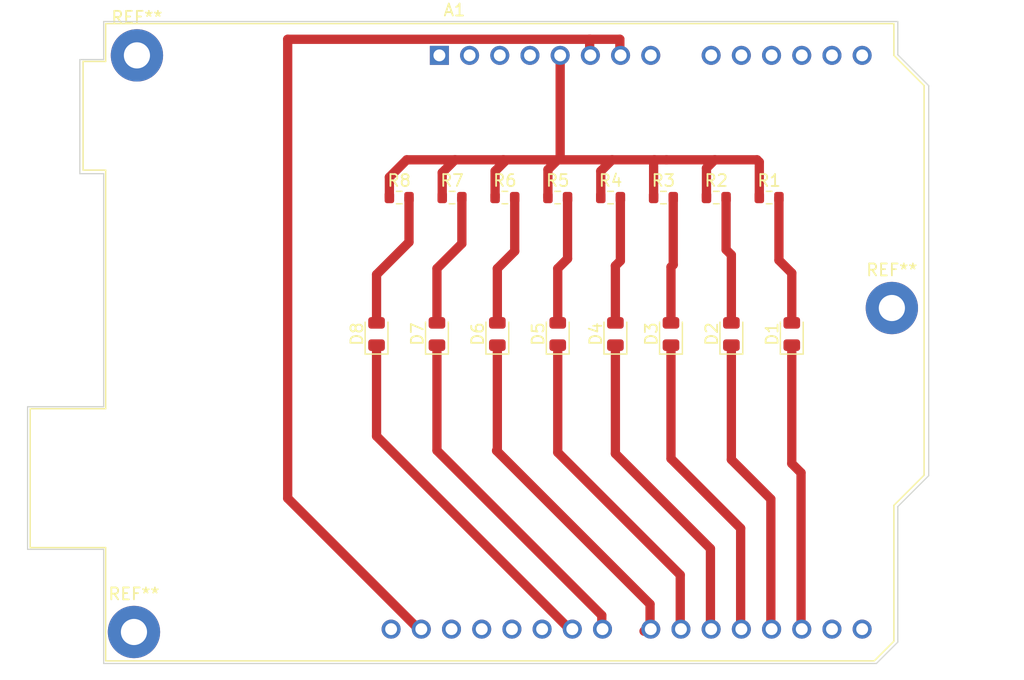
<source format=kicad_pcb>
(kicad_pcb (version 20221018) (generator pcbnew)
  (layers (0 "F.Cu" signal) (31 "B.Cu" signal) (34 "B.Paste" user) (35 "F.Paste" user) (36 "B.SilkS" user "B.Silkscreen") (37 "F.SilkS" user "F.Silkscreen") (38 "B.Mask" user) (39 "F.Mask" user) (44 "Edge.Cuts" user))
  (net 0 "")
  (net 5 "Net-(A1-+5V)")
  (net 6 "GND")
  (net 16 "Net-(A1-D2)")
  (net 17 "Net-(A1-D3)")
  (net 18 "Net-(A1-D4)")
  (net 19 "Net-(A1-D5)")
  (net 20 "Net-(A1-D6)")
  (net 21 "Net-(A1-D7)")
  (net 22 "Net-(A1-D8)")
  (net 23 "Net-(A1-D9)")
  (net 29 "Net-(D1-A)")
  (net 30 "Net-(D2-A)")
  (net 31 "Net-(D3-A)")
  (net 32 "Net-(D4-A)")
  (net 33 "Net-(D5-A)")
  (net 34 "Net-(D6-A)")
  (net 35 "Net-(D7-A)")
  (net 36 "Net-(D8-A)")
  (footprint "LED_SMD:LED_0805_2012Metric" (layer "F.Cu") (at 114.155 81.6875 90)
    (fp_text reference "D8" (at 0 -1.65 90) (layer "F.SilkS"))
    (fp_text value "LED")
    (fp_line (start -1.685 -0.96) (end -1.685 0.96) (stroke (width 0.12)) (layer "F.SilkS"))
    (fp_line (start -1.685 0.96) (end 1 0.96) (stroke (width 0.12)) (layer "F.SilkS"))
    (fp_line (start 1 -0.96) (end -1.685 -0.96) (stroke (width 0.12)) (layer "F.SilkS"))
    (pad "1" smd roundrect (at -0.9375 0 90) (size 0.975 1.4) (layers "F.Cu" "F.Paste" "F.Mask") (net 23 "Net-(A1-D9)"))
    (pad "2" smd roundrect (at 0.9375 0 90) (size 0.975 1.4) (layers "F.Cu" "F.Paste" "F.Mask") (net 36 "Net-(D8-A)"))
  )
  (footprint "LED_SMD:LED_0805_2012Metric" (layer "F.Cu") (at 119.235 81.6875 90)
    (fp_text reference "D7" (at 0 -1.65 90) (layer "F.SilkS"))
    (fp_text value "LED")
    (fp_line (start -1.685 -0.96) (end -1.685 0.96) (stroke (width 0.12)) (layer "F.SilkS"))
    (fp_line (start -1.685 0.96) (end 1 0.96) (stroke (width 0.12)) (layer "F.SilkS"))
    (fp_line (start 1 -0.96) (end -1.685 -0.96) (stroke (width 0.12)) (layer "F.SilkS"))
    (pad "1" smd roundrect (at -0.9375 0 90) (size 0.975 1.4) (layers "F.Cu" "F.Paste" "F.Mask") (net 22 "Net-(A1-D8)"))
    (pad "2" smd roundrect (at 0.9375 0 90) (size 0.975 1.4) (layers "F.Cu" "F.Paste" "F.Mask") (net 35 "Net-(D7-A)"))
  )
  (footprint "LED_SMD:LED_0805_2012Metric" (layer "F.Cu") (at 138.92 81.6875 90)
    (fp_text reference "D3" (at 0 -1.65 90) (layer "F.SilkS"))
    (fp_text value "LED")
    (fp_line (start -1.685 -0.96) (end -1.685 0.96) (stroke (width 0.12)) (layer "F.SilkS"))
    (fp_line (start -1.685 0.96) (end 1 0.96) (stroke (width 0.12)) (layer "F.SilkS"))
    (fp_line (start 1 -0.96) (end -1.685 -0.96) (stroke (width 0.12)) (layer "F.SilkS"))
    (pad "1" smd roundrect (at -0.9375 0 90) (size 0.975 1.4) (layers "F.Cu" "F.Paste" "F.Mask") (net 18 "Net-(A1-D4)"))
    (pad "2" smd roundrect (at 0.9375 0 90) (size 0.975 1.4) (layers "F.Cu" "F.Paste" "F.Mask") (net 31 "Net-(D3-A)"))
  )
  (footprint "Resistor_SMD:R_0603_1608Metric" (layer "F.Cu") (at 133.84 70.209)
    (fp_text reference "R4" (at 0 -1.43) (layer "F.SilkS"))
    (fp_text value "247")
    (fp_line (start -0.237258 -0.5225) (end 0.237258 -0.5225) (stroke (width 0.12)) (layer "F.SilkS"))
    (fp_line (start -0.237258 0.5225) (end 0.237258 0.5225) (stroke (width 0.12)) (layer "F.SilkS"))
    (pad "1" smd roundrect (at -0.825 0) (size 0.8 0.95) (layers "F.Cu" "F.Paste" "F.Mask") (net 5 "Net-(A1-+5V)"))
    (pad "2" smd roundrect (at 0.825 0) (size 0.8 0.95) (layers "F.Cu" "F.Paste" "F.Mask") (net 32 "Net-(D4-A)"))
  )
  (footprint "Resistor_SMD:R_0603_1608Metric" (layer "F.Cu") (at 129.395 70.209)
    (fp_text reference "R5" (at 0 -1.43) (layer "F.SilkS"))
    (fp_text value "247")
    (fp_line (start -0.237258 -0.5225) (end 0.237258 -0.5225) (stroke (width 0.12)) (layer "F.SilkS"))
    (fp_line (start -0.237258 0.5225) (end 0.237258 0.5225) (stroke (width 0.12)) (layer "F.SilkS"))
    (pad "1" smd roundrect (at -0.825 0) (size 0.8 0.95) (layers "F.Cu" "F.Paste" "F.Mask") (net 5 "Net-(A1-+5V)"))
    (pad "2" smd roundrect (at 0.825 0) (size 0.8 0.95) (layers "F.Cu" "F.Paste" "F.Mask") (net 33 "Net-(D5-A)"))
  )
  (footprint "MountingHole:MountingHole_2.2mm_M2_Pad" (layer "F.Cu") (at 94 58.25)
    (fp_text reference "REF**" (at 0 -3.2) (layer "F.SilkS"))
    (fp_text value "MountingHole_2.2mm_M2_Pad")
    (pad "1" thru_hole circle (at 0 0) (size 4.4 4.4) (drill 2.2) (layers "*.Cu" "*.Mask"))
  )
  (footprint "LED_SMD:LED_0805_2012Metric" (layer "F.Cu") (at 129.395 81.6875 90)
    (fp_text reference "D5" (at 0 -1.65 90) (layer "F.SilkS"))
    (fp_text value "LED")
    (fp_line (start -1.685 -0.96) (end -1.685 0.96) (stroke (width 0.12)) (layer "F.SilkS"))
    (fp_line (start -1.685 0.96) (end 1 0.96) (stroke (width 0.12)) (layer "F.SilkS"))
    (fp_line (start 1 -0.96) (end -1.685 -0.96) (stroke (width 0.12)) (layer "F.SilkS"))
    (pad "1" smd roundrect (at -0.9375 0 90) (size 0.975 1.4) (layers "F.Cu" "F.Paste" "F.Mask") (net 20 "Net-(A1-D6)"))
    (pad "2" smd roundrect (at 0.9375 0 90) (size 0.975 1.4) (layers "F.Cu" "F.Paste" "F.Mask") (net 33 "Net-(D5-A)"))
  )
  (footprint "Resistor_SMD:R_0603_1608Metric" (layer "F.Cu") (at 142.73 70.209)
    (fp_text reference "R2" (at 0 -1.43) (layer "F.SilkS"))
    (fp_text value "247")
    (fp_line (start -0.237258 -0.5225) (end 0.237258 -0.5225) (stroke (width 0.12)) (layer "F.SilkS"))
    (fp_line (start -0.237258 0.5225) (end 0.237258 0.5225) (stroke (width 0.12)) (layer "F.SilkS"))
    (pad "1" smd roundrect (at -0.825 0) (size 0.8 0.95) (layers "F.Cu" "F.Paste" "F.Mask") (net 5 "Net-(A1-+5V)"))
    (pad "2" smd roundrect (at 0.825 0) (size 0.8 0.95) (layers "F.Cu" "F.Paste" "F.Mask") (net 30 "Net-(D2-A)"))
  )
  (footprint "Resistor_SMD:R_0603_1608Metric" (layer "F.Cu") (at 120.505 70.209)
    (fp_text reference "R7" (at 0 -1.43) (layer "F.SilkS"))
    (fp_text value "247")
    (fp_line (start -0.237258 -0.5225) (end 0.237258 -0.5225) (stroke (width 0.12)) (layer "F.SilkS"))
    (fp_line (start -0.237258 0.5225) (end 0.237258 0.5225) (stroke (width 0.12)) (layer "F.SilkS"))
    (pad "1" smd roundrect (at -0.825 0) (size 0.8 0.95) (layers "F.Cu" "F.Paste" "F.Mask") (net 5 "Net-(A1-+5V)"))
    (pad "2" smd roundrect (at 0.825 0) (size 0.8 0.95) (layers "F.Cu" "F.Paste" "F.Mask") (net 35 "Net-(D7-A)"))
  )
  (footprint "LED_SMD:LED_0805_2012Metric" (layer "F.Cu") (at 144 81.6875 90)
    (fp_text reference "D2" (at 0 -1.65 90) (layer "F.SilkS"))
    (fp_text value "LED")
    (fp_line (start -1.685 -0.96) (end -1.685 0.96) (stroke (width 0.12)) (layer "F.SilkS"))
    (fp_line (start -1.685 0.96) (end 1 0.96) (stroke (width 0.12)) (layer "F.SilkS"))
    (fp_line (start 1 -0.96) (end -1.685 -0.96) (stroke (width 0.12)) (layer "F.SilkS"))
    (pad "1" smd roundrect (at -0.9375 0 90) (size 0.975 1.4) (layers "F.Cu" "F.Paste" "F.Mask") (net 17 "Net-(A1-D3)"))
    (pad "2" smd roundrect (at 0.9375 0 90) (size 0.975 1.4) (layers "F.Cu" "F.Paste" "F.Mask") (net 30 "Net-(D2-A)"))
  )
  (footprint "MountingHole:MountingHole_2.2mm_M2_Pad" (layer "F.Cu") (at 157.5 79.5)
    (fp_text reference "REF**" (at 0 -3.2) (layer "F.SilkS"))
    (fp_text value "MountingHole_2.2mm_M2_Pad")
    (pad "1" thru_hole circle (at 0 0) (size 4.4 4.4) (drill 2.2) (layers "*.Cu" "*.Mask"))
  )
  (footprint "LED_SMD:LED_0805_2012Metric" (layer "F.Cu") (at 134.245 81.6875 90)
    (fp_text reference "D4" (at 0 -1.65 90) (layer "F.SilkS"))
    (fp_text value "LED")
    (fp_line (start -1.685 -0.96) (end -1.685 0.96) (stroke (width 0.12)) (layer "F.SilkS"))
    (fp_line (start -1.685 0.96) (end 1 0.96) (stroke (width 0.12)) (layer "F.SilkS"))
    (fp_line (start 1 -0.96) (end -1.685 -0.96) (stroke (width 0.12)) (layer "F.SilkS"))
    (pad "1" smd roundrect (at -0.9375 0 90) (size 0.975 1.4) (layers "F.Cu" "F.Paste" "F.Mask") (net 19 "Net-(A1-D5)"))
    (pad "2" smd roundrect (at 0.9375 0 90) (size 0.975 1.4) (layers "F.Cu" "F.Paste" "F.Mask") (net 32 "Net-(D4-A)"))
  )
  (footprint "Resistor_SMD:R_0603_1608Metric" (layer "F.Cu") (at 124.95 70.209)
    (fp_text reference "R6" (at 0 -1.43) (layer "F.SilkS"))
    (fp_text value "247")
    (fp_line (start -0.237258 -0.5225) (end 0.237258 -0.5225) (stroke (width 0.12)) (layer "F.SilkS"))
    (fp_line (start -0.237258 0.5225) (end 0.237258 0.5225) (stroke (width 0.12)) (layer "F.SilkS"))
    (pad "1" smd roundrect (at -0.825 0) (size 0.8 0.95) (layers "F.Cu" "F.Paste" "F.Mask") (net 5 "Net-(A1-+5V)"))
    (pad "2" smd roundrect (at 0.825 0) (size 0.8 0.95) (layers "F.Cu" "F.Paste" "F.Mask") (net 34 "Net-(D6-A)"))
  )
  (footprint "MountingHole:MountingHole_2.2mm_M2_Pad" (layer "F.Cu") (at 93.75 106.75)
    (fp_text reference "REF**" (at 0 -3.2) (layer "F.SilkS"))
    (fp_text value "MountingHole_2.2mm_M2_Pad")
    (pad "1" thru_hole circle (at 0 0) (size 4.4 4.4) (drill 2.2) (layers "*.Cu" "*.Mask"))
  )
  (footprint "LED_SMD:LED_0805_2012Metric" (layer "F.Cu") (at 149.08 81.6875 90)
    (fp_text reference "D1" (at 0 -1.65 90) (layer "F.SilkS"))
    (fp_text value "LED")
    (fp_line (start -1.685 -0.96) (end -1.685 0.96) (stroke (width 0.12)) (layer "F.SilkS"))
    (fp_line (start -1.685 0.96) (end 1 0.96) (stroke (width 0.12)) (layer "F.SilkS"))
    (fp_line (start 1 -0.96) (end -1.685 -0.96) (stroke (width 0.12)) (layer "F.SilkS"))
    (pad "1" smd roundrect (at -0.9375 0 90) (size 0.975 1.4) (layers "F.Cu" "F.Paste" "F.Mask") (net 16 "Net-(A1-D2)"))
    (pad "2" smd roundrect (at 0.9375 0 90) (size 0.975 1.4) (layers "F.Cu" "F.Paste" "F.Mask") (net 29 "Net-(D1-A)"))
  )
  (footprint "Resistor_SMD:R_0603_1608Metric" (layer "F.Cu") (at 147.175 70.209)
    (fp_text reference "R1" (at 0 -1.43) (layer "F.SilkS"))
    (fp_text value "247")
    (fp_line (start -0.237258 -0.5225) (end 0.237258 -0.5225) (stroke (width 0.12)) (layer "F.SilkS"))
    (fp_line (start -0.237258 0.5225) (end 0.237258 0.5225) (stroke (width 0.12)) (layer "F.SilkS"))
    (pad "1" smd roundrect (at -0.825 0) (size 0.8 0.95) (layers "F.Cu" "F.Paste" "F.Mask") (net 5 "Net-(A1-+5V)"))
    (pad "2" smd roundrect (at 0.825 0) (size 0.8 0.95) (layers "F.Cu" "F.Paste" "F.Mask") (net 29 "Net-(D1-A)"))
  )
  (footprint "Resistor_SMD:R_0603_1608Metric" (layer "F.Cu") (at 138.285 70.209)
    (fp_text reference "R3" (at 0 -1.43) (layer "F.SilkS"))
    (fp_text value "247")
    (fp_line (start -0.237258 -0.5225) (end 0.237258 -0.5225) (stroke (width 0.12)) (layer "F.SilkS"))
    (fp_line (start -0.237258 0.5225) (end 0.237258 0.5225) (stroke (width 0.12)) (layer "F.SilkS"))
    (pad "1" smd roundrect (at -0.825 0) (size 0.8 0.95) (layers "F.Cu" "F.Paste" "F.Mask") (net 5 "Net-(A1-+5V)"))
    (pad "2" smd roundrect (at 0.825 0) (size 0.8 0.95) (layers "F.Cu" "F.Paste" "F.Mask") (net 31 "Net-(D3-A)"))
  )
  (footprint "Resistor_SMD:R_0603_1608Metric" (layer "F.Cu") (at 116.06 70.209)
    (fp_text reference "R8" (at 0 -1.43) (layer "F.SilkS"))
    (fp_text value "247")
    (fp_line (start -0.237258 -0.5225) (end 0.237258 -0.5225) (stroke (width 0.12)) (layer "F.SilkS"))
    (fp_line (start -0.237258 0.5225) (end 0.237258 0.5225) (stroke (width 0.12)) (layer "F.SilkS"))
    (pad "1" smd roundrect (at -0.825 0) (size 0.8 0.95) (layers "F.Cu" "F.Paste" "F.Mask") (net 5 "Net-(A1-+5V)"))
    (pad "2" smd roundrect (at 0.825 0) (size 0.8 0.95) (layers "F.Cu" "F.Paste" "F.Mask") (net 36 "Net-(D8-A)"))
  )
  (footprint "LED_SMD:LED_0805_2012Metric" (layer "F.Cu") (at 124.315 81.6875 90)
    (fp_text reference "D6" (at 0 -1.65 90) (layer "F.SilkS"))
    (fp_text value "LED")
    (fp_line (start -1.685 -0.96) (end -1.685 0.96) (stroke (width 0.12)) (layer "F.SilkS"))
    (fp_line (start -1.685 0.96) (end 1 0.96) (stroke (width 0.12)) (layer "F.SilkS"))
    (fp_line (start 1 -0.96) (end -1.685 -0.96) (stroke (width 0.12)) (layer "F.SilkS"))
    (pad "1" smd roundrect (at -0.9375 0 90) (size 0.975 1.4) (layers "F.Cu" "F.Paste" "F.Mask") (net 21 "Net-(A1-D7)"))
    (pad "2" smd roundrect (at 0.9375 0 90) (size 0.975 1.4) (layers "F.Cu" "F.Paste" "F.Mask") (net 34 "Net-(D6-A)"))
  )
  (footprint "Module:Arduino_UNO_R2" (layer "F.Cu") (at 119.44 58.25)
    (fp_text reference "A1" (at 1.27 -3.81 180) (layer "F.SilkS"))
    (fp_text value "Arduino_UNO_R2")
    (fp_line (start -34.42 29.72) (end -34.42 41.4) (stroke (width 0.12)) (layer "F.SilkS"))
    (fp_line (start -34.42 41.4) (end -28.07 41.4) (stroke (width 0.12)) (layer "F.SilkS"))
    (fp_line (start -29.97 0.51) (end -29.97 9.65) (stroke (width 0.12)) (layer "F.SilkS"))
    (fp_line (start -29.97 9.65) (end -28.07 9.65) (stroke (width 0.12)) (layer "F.SilkS"))
    (fp_line (start -28.07 -2.67) (end -28.07 0.51) (stroke (width 0.12)) (layer "F.SilkS"))
    (fp_line (start -28.07 0.51) (end -29.97 0.51) (stroke (width 0.12)) (layer "F.SilkS"))
    (fp_line (start -28.07 9.65) (end -28.07 29.72) (stroke (width 0.12)) (layer "F.SilkS"))
    (fp_line (start -28.07 29.72) (end -34.42 29.72) (stroke (width 0.12)) (layer "F.SilkS"))
    (fp_line (start -28.07 41.4) (end -28.07 50.93) (stroke (width 0.12)) (layer "F.SilkS"))
    (fp_line (start -28.07 50.93) (end 36.58 50.93) (stroke (width 0.12)) (layer "F.SilkS"))
    (fp_line (start 36.58 50.93) (end 38.23 49.28) (stroke (width 0.12)) (layer "F.SilkS"))
    (fp_line (start 38.23 -2.67) (end -28.07 -2.67) (stroke (width 0.12)) (layer "F.SilkS"))
    (fp_line (start 38.23 0) (end 38.23 -2.67) (stroke (width 0.12)) (layer "F.SilkS"))
    (fp_line (start 38.23 37.85) (end 40.77 35.31) (stroke (width 0.12)) (layer "F.SilkS"))
    (fp_line (start 38.23 49.28) (end 38.23 37.85) (stroke (width 0.12)) (layer "F.SilkS"))
    (fp_line (start 40.77 2.54) (end 38.23 0) (stroke (width 0.12)) (layer "F.SilkS"))
    (fp_line (start 40.77 35.31) (end 40.77 2.54) (stroke (width 0.12)) (layer "F.SilkS"))
    (pad "1" thru_hole rect (at 0 0 90) (size 1.6 1.6) (drill 1) (layers "*.Cu" "*.Mask"))
    (pad "2" thru_hole oval (at 2.54 0 90) (size 1.6 1.6) (drill 1) (layers "*.Cu" "*.Mask"))
    (pad "3" thru_hole oval (at 5.08 0 90) (size 1.6 1.6) (drill 1) (layers "*.Cu" "*.Mask"))
    (pad "4" thru_hole oval (at 7.62 0 90) (size 1.6 1.6) (drill 1) (layers "*.Cu" "*.Mask"))
    (pad "5" thru_hole oval (at 10.16 0 90) (size 1.6 1.6) (drill 1) (layers "*.Cu" "*.Mask") (net 5 "Net-(A1-+5V)"))
    (pad "6" thru_hole oval (at 12.7 0 90) (size 1.6 1.6) (drill 1) (layers "*.Cu" "*.Mask") (net 6 "GND"))
    (pad "7" thru_hole oval (at 15.24 0 90) (size 1.6 1.6) (drill 1) (layers "*.Cu" "*.Mask") (net 6 "GND"))
    (pad "8" thru_hole oval (at 17.78 0 90) (size 1.6 1.6) (drill 1) (layers "*.Cu" "*.Mask"))
    (pad "9" thru_hole oval (at 22.86 0 90) (size 1.6 1.6) (drill 1) (layers "*.Cu" "*.Mask"))
    (pad "10" thru_hole oval (at 25.4 0 90) (size 1.6 1.6) (drill 1) (layers "*.Cu" "*.Mask"))
    (pad "11" thru_hole oval (at 27.94 0 90) (size 1.6 1.6) (drill 1) (layers "*.Cu" "*.Mask"))
    (pad "12" thru_hole oval (at 30.48 0 90) (size 1.6 1.6) (drill 1) (layers "*.Cu" "*.Mask"))
    (pad "13" thru_hole oval (at 33.02 0 90) (size 1.6 1.6) (drill 1) (layers "*.Cu" "*.Mask"))
    (pad "14" thru_hole oval (at 35.56 0 90) (size 1.6 1.6) (drill 1) (layers "*.Cu" "*.Mask"))
    (pad "15" thru_hole oval (at 35.56 48.26 90) (size 1.6 1.6) (drill 1) (layers "*.Cu" "*.Mask"))
    (pad "16" thru_hole oval (at 33.02 48.26 90) (size 1.6 1.6) (drill 1) (layers "*.Cu" "*.Mask"))
    (pad "17" thru_hole oval (at 30.48 48.26 90) (size 1.6 1.6) (drill 1) (layers "*.Cu" "*.Mask") (net 16 "Net-(A1-D2)"))
    (pad "18" thru_hole oval (at 27.94 48.26 90) (size 1.6 1.6) (drill 1) (layers "*.Cu" "*.Mask") (net 17 "Net-(A1-D3)"))
    (pad "19" thru_hole oval (at 25.4 48.26 90) (size 1.6 1.6) (drill 1) (layers "*.Cu" "*.Mask") (net 18 "Net-(A1-D4)"))
    (pad "20" thru_hole oval (at 22.86 48.26 90) (size 1.6 1.6) (drill 1) (layers "*.Cu" "*.Mask") (net 19 "Net-(A1-D5)"))
    (pad "21" thru_hole oval (at 20.32 48.26 90) (size 1.6 1.6) (drill 1) (layers "*.Cu" "*.Mask") (net 20 "Net-(A1-D6)"))
    (pad "22" thru_hole oval (at 17.78 48.26 90) (size 1.6 1.6) (drill 1) (layers "*.Cu" "*.Mask") (net 21 "Net-(A1-D7)"))
    (pad "23" thru_hole oval (at 13.72 48.26 90) (size 1.6 1.6) (drill 1) (layers "*.Cu" "*.Mask") (net 22 "Net-(A1-D8)"))
    (pad "24" thru_hole oval (at 11.18 48.26 90) (size 1.6 1.6) (drill 1) (layers "*.Cu" "*.Mask") (net 23 "Net-(A1-D9)"))
    (pad "25" thru_hole oval (at 8.64 48.26 90) (size 1.6 1.6) (drill 1) (layers "*.Cu" "*.Mask"))
    (pad "26" thru_hole oval (at 6.1 48.26 90) (size 1.6 1.6) (drill 1) (layers "*.Cu" "*.Mask"))
    (pad "27" thru_hole oval (at 3.56 48.26 90) (size 1.6 1.6) (drill 1) (layers "*.Cu" "*.Mask"))
    (pad "28" thru_hole oval (at 1.02 48.26 90) (size 1.6 1.6) (drill 1) (layers "*.Cu" "*.Mask"))
    (pad "29" thru_hole oval (at -1.52 48.26 90) (size 1.6 1.6) (drill 1) (layers "*.Cu" "*.Mask") (net 6 "GND"))
    (pad "30" thru_hole oval (at -4.06 48.26 90) (size 1.6 1.6) (drill 1) (layers "*.Cu" "*.Mask"))
  )
  (gr_line (start 158 55.4) (end 91.2 55.4) (stroke (width 0.1)) (layer "Edge.Cuts"))
  (gr_line (start 158 58.2) (end 158 55.4) (stroke (width 0.1)) (layer "Edge.Cuts"))
  (gr_line (start 156.2 109.4) (end 158 107.6) (stroke (width 0.1)) (layer "Edge.Cuts"))
  (gr_line (start 84.8 99.8) (end 91.2 99.8) (stroke (width 0.1)) (layer "Edge.Cuts"))
  (gr_line (start 91.2 68.2) (end 91.2 87.8) (stroke (width 0.1)) (layer "Edge.Cuts"))
  (gr_line (start 89.2 68.2) (end 91.2 68.2) (stroke (width 0.1)) (layer "Edge.Cuts"))
  (gr_line (start 160.6 60.8) (end 158 58.2) (stroke (width 0.1)) (layer "Edge.Cuts"))
  (gr_line (start 91.2 109.4) (end 156.2 109.4) (stroke (width 0.1)) (layer "Edge.Cuts"))
  (gr_line (start 160.6 93.6) (end 160.6 60.8) (stroke (width 0.1)) (layer "Edge.Cuts"))
  (gr_line (start 89.2 58.6) (end 89.2 68.2) (stroke (width 0.1)) (layer "Edge.Cuts"))
  (gr_line (start 91.2 55.4) (end 91.2 58.6) (stroke (width 0.1)) (layer "Edge.Cuts"))
  (gr_line (start 84.8 87.8) (end 84.8 99.8) (stroke (width 0.1)) (layer "Edge.Cuts"))
  (gr_line (start 158 96.2) (end 160.6 93.6) (stroke (width 0.1)) (layer "Edge.Cuts"))
  (gr_line (start 158 107.6) (end 158 96.2) (stroke (width 0.1)) (layer "Edge.Cuts"))
  (gr_line (start 91.2 87.8) (end 84.8 87.8) (stroke (width 0.1)) (layer "Edge.Cuts"))
  (gr_line (start 91.2 58.6) (end 89.2 58.6) (stroke (width 0.1)) (layer "Edge.Cuts"))
  (gr_line (start 91.2 99.8) (end 91.2 109.4) (stroke (width 0.1)) (layer "Edge.Cuts"))
  (segment (start 133.015 67.986) (end 133.967 67.034) (width 0.78) (layer "F.Cu") (net 5))
  (segment (start 133.015 70.209) (end 133.015 67.986) (width 0.78) (layer "F.Cu") (net 5))
  (segment (start 128.57 70.209) (end 128.57 67.859) (width 0.78) (layer "F.Cu") (net 5))
  (segment (start 141.905 70.209) (end 141.905 67.732) (width 0.78) (layer "F.Cu") (net 5))
  (segment (start 124.125 70.209) (end 124.125 67.986) (width 0.78) (layer "F.Cu") (net 5))
  (segment (start 146.35 67.225) (end 146.159 67.034) (width 0.78) (layer "F.Cu") (net 5))
  (segment (start 116.695 67.034) (end 120.759 67.034) (width 0.78) (layer "F.Cu") (net 5))
  (segment (start 124.95 67.161) (end 124.823 67.034) (width 0.78) (layer "F.Cu") (net 5))
  (segment (start 124.125 67.986) (end 124.95 67.161) (width 0.78) (layer "F.Cu") (net 5))
  (segment (start 129.6 58.25) (end 129.6 66.829) (width 0.78) (layer "F.Cu") (net 5))
  (segment (start 115.235 68.494) (end 116.695 67.034) (width 0.78) (layer "F.Cu") (net 5))
  (segment (start 138.539 67.034) (end 142.603 67.034) (width 0.78) (layer "F.Cu") (net 5))
  (segment (start 129.395 67.034) (end 133.967 67.034) (width 0.78) (layer "F.Cu") (net 5))
  (segment (start 137.523 67.034) (end 138.539 67.034) (width 0.78) (layer "F.Cu") (net 5))
  (segment (start 129.6 66.829) (end 129.395 67.034) (width 0.78) (layer "F.Cu") (net 5))
  (segment (start 115.235 70.209) (end 115.235 68.494) (width 0.78) (layer "F.Cu") (net 5))
  (segment (start 124.823 67.034) (end 129.395 67.034) (width 0.78) (layer "F.Cu") (net 5))
  (segment (start 119.68 70.209) (end 119.68 68.113) (width 0.78) (layer "F.Cu") (net 5))
  (segment (start 141.905 67.732) (end 142.603 67.034) (width 0.78) (layer "F.Cu") (net 5))
  (segment (start 146.35 70.209) (end 146.35 67.225) (width 0.78) (layer "F.Cu") (net 5))
  (segment (start 137.46 67.097) (end 137.523 67.034) (width 0.78) (layer "F.Cu") (net 5))
  (segment (start 142.603 67.034) (end 146.159 67.034) (width 0.78) (layer "F.Cu") (net 5))
  (segment (start 119.68 68.113) (end 120.759 67.034) (width 0.78) (layer "F.Cu") (net 5))
  (segment (start 133.967 67.034) (end 137.523 67.034) (width 0.78) (layer "F.Cu") (net 5))
  (segment (start 120.759 67.034) (end 124.823 67.034) (width 0.78) (layer "F.Cu") (net 5))
  (segment (start 128.57 67.859) (end 129.395 67.034) (width 0.78) (layer "F.Cu") (net 5))
  (segment (start 137.46 70.209) (end 137.46 67.097) (width 0.78) (layer "F.Cu") (net 5))
  (segment (start 106.68 56.896) (end 106.68 95.5) (width 0.78) (layer "F.Cu") (net 6))
  (segment (start 132.08 58.42) (end 132.08 56.896) (width 0.78) (layer "F.Cu") (net 6))
  (segment (start 132.08 56.896) (end 134.62 56.896) (width 0.78) (layer "F.Cu") (net 6))
  (segment (start 132.08 56.896) (end 106.68 56.896) (width 0.78) (layer "F.Cu") (net 6))
  (segment (start 106.68 95.5) (end 117.86 106.68) (width 0.78) (layer "F.Cu") (net 6))
  (segment (start 134.62 56.896) (end 134.62 58.42) (width 0.78) (layer "F.Cu") (net 6))
  (segment (start 149.08 92.58) (end 149.86 93.36) (width 0.78) (layer "F.Cu") (net 16))
  (segment (start 149.08 82.625) (end 149.08 92.58) (width 0.78) (layer "F.Cu") (net 16))
  (segment (start 149.86 93.36) (end 149.86 106.68) (width 0.78) (layer "F.Cu") (net 16))
  (segment (start 147.32 95.57) (end 147.32 106.68) (width 0.78) (layer "F.Cu") (net 17))
  (segment (start 144 92.25) (end 147.32 95.57) (width 0.78) (layer "F.Cu") (net 17))
  (segment (start 144 82.625) (end 144 92.25) (width 0.78) (layer "F.Cu") (net 17))
  (segment (start 144.78 98.03) (end 144.78 106.68) (width 0.78) (layer "F.Cu") (net 18))
  (segment (start 138.92 92.17) (end 144.78 98.03) (width 0.78) (layer "F.Cu") (net 18))
  (segment (start 138.92 82.625) (end 138.92 92.17) (width 0.78) (layer "F.Cu") (net 18))
  (segment (start 142.24 99.74) (end 142.24 106.68) (width 0.78) (layer "F.Cu") (net 19))
  (segment (start 134.245 91.745) (end 142.24 99.74) (width 0.78) (layer "F.Cu") (net 19))
  (segment (start 134.245 82.625) (end 134.245 91.745) (width 0.78) (layer "F.Cu") (net 19))
  (segment (start 139.7 101.95) (end 139.7 106.68) (width 0.78) (layer "F.Cu") (net 20))
  (segment (start 129.395 82.625) (end 129.395 91.645) (width 0.78) (layer "F.Cu") (net 20))
  (segment (start 129.395 91.645) (end 139.7 101.95) (width 0.78) (layer "F.Cu") (net 20))
  (segment (start 137.16 104.41) (end 137.16 106.68) (width 0.78) (layer "F.Cu") (net 21))
  (segment (start 124.25 91.5) (end 137.16 104.41) (width 0.78) (layer "F.Cu") (net 21))
  (segment (start 124.315 82.625) (end 124.315 91.435) (width 0.78) (layer "F.Cu") (net 21))
  (segment (start 124.315 91.435) (end 124.25 91.5) (width 0.78) (layer "F.Cu") (net 21))
  (segment (start 137.16 106.68) (end 136.652 106.68) (width 0.78) (layer "F.Cu") (net 21))
  (segment (start 133.1 105.35) (end 133.1 106.68) (width 0.78) (layer "F.Cu") (net 22))
  (segment (start 119.235 82.625) (end 119.235 91.485) (width 0.78) (layer "F.Cu") (net 22))
  (segment (start 119.235 91.485) (end 133.1 105.35) (width 0.78) (layer "F.Cu") (net 22))
  (segment (start 130.56 106.68) (end 130.556 106.68) (width 0.78) (layer "F.Cu") (net 23))
  (segment (start 114.155 82.625) (end 114.155 90.275) (width 0.78) (layer "F.Cu") (net 23))
  (segment (start 114.155 90.275) (end 130.56 106.68) (width 0.78) (layer "F.Cu") (net 23))
  (segment (start 114.028 82.752) (end 114.155 82.625) (width 0.78) (layer "F.Cu") (net 23))
  (segment (start 149.08 80.75) (end 149.08 76.559) (width 0.78) (layer "F.Cu") (net 29))
  (segment (start 149.08 76.559) (end 148 75.479) (width 0.78) (layer "F.Cu") (net 29))
  (segment (start 148 75.479) (end 148 70.209) (width 0.78) (layer "F.Cu") (net 29))
  (segment (start 144 80.75) (end 144 75.035) (width 0.78) (layer "F.Cu") (net 30))
  (segment (start 144 75.035) (end 143.555 74.59) (width 0.78) (layer "F.Cu") (net 30))
  (segment (start 143.555 74.59) (end 143.555 70.209) (width 0.78) (layer "F.Cu") (net 30))
  (segment (start 138.92 80.75) (end 138.92 76.051) (width 0.78) (layer "F.Cu") (net 31))
  (segment (start 138.92 76.051) (end 139.11 75.861) (width 0.78) (layer "F.Cu") (net 31))
  (segment (start 139.11 75.861) (end 139.11 70.209) (width 0.78) (layer "F.Cu") (net 31))
  (segment (start 134.665 75.528) (end 134.665 70.209) (width 0.78) (layer "F.Cu") (net 32))
  (segment (start 134.245 75.948) (end 134.665 75.528) (width 0.78) (layer "F.Cu") (net 32))
  (segment (start 134.245 80.75) (end 134.245 75.948) (width 0.78) (layer "F.Cu") (net 32))
  (segment (start 129.395 76.178) (end 130.22 75.353) (width 0.78) (layer "F.Cu") (net 33))
  (segment (start 129.395 80.75) (end 129.395 76.178) (width 0.78) (layer "F.Cu") (net 33))
  (segment (start 130.22 75.353) (end 130.22 70.209) (width 0.78) (layer "F.Cu") (net 33))
  (segment (start 125.775 74.718) (end 125.775 70.209) (width 0.78) (layer "F.Cu") (net 34))
  (segment (start 124.315 76.178) (end 125.775 74.718) (width 0.78) (layer "F.Cu") (net 34))
  (segment (start 124.315 80.75) (end 124.315 76.178) (width 0.78) (layer "F.Cu") (net 34))
  (segment (start 119.235 80.75) (end 119.235 76.178) (width 0.78) (layer "F.Cu") (net 35))
  (segment (start 121.33 74.083) (end 121.33 70.209) (width 0.78) (layer "F.Cu") (net 35))
  (segment (start 119.235 76.178) (end 121.33 74.083) (width 0.78) (layer "F.Cu") (net 35))
  (segment (start 114.155 80.75) (end 114.155 76.686) (width 0.78) (layer "F.Cu") (net 36))
  (segment (start 114.155 76.686) (end 116.885 73.956) (width 0.78) (layer "F.Cu") (net 36))
  (segment (start 116.885 73.956) (end 116.885 70.209) (width 0.78) (layer "F.Cu") (net 36))
)
</source>
